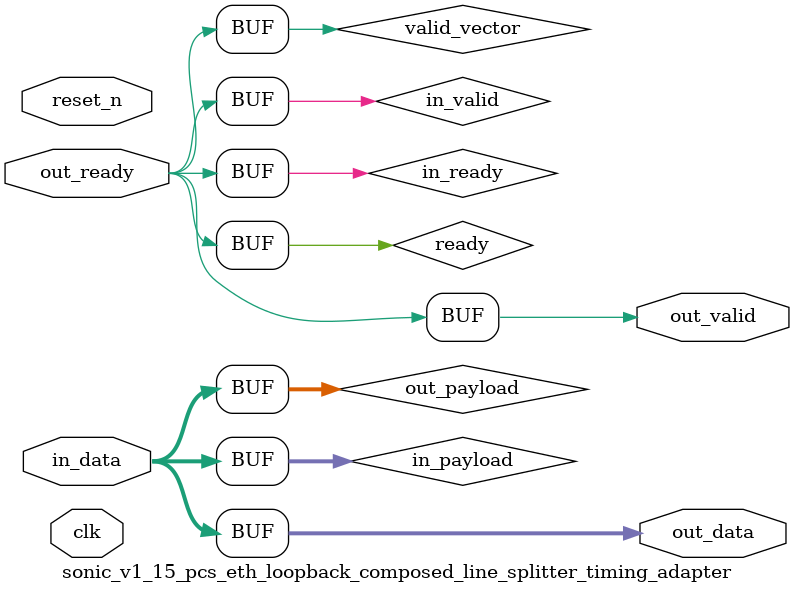
<source format=v>

`timescale 1ns / 100ps
module sonic_v1_15_pcs_eth_loopback_composed_line_splitter_timing_adapter (
    
      // Interface: clk
      input              clk,
      // Interface: reset
      input              reset_n,
      // Interface: in
      input      [71: 0] in_data,
      // Interface: out
      output reg [71: 0] out_data,
      input              out_ready,
      output reg         out_valid
);




   // ---------------------------------------------------------------------
   //| Signal Declarations
   // ---------------------------------------------------------------------

   reg  [71: 0] in_payload;
   reg  [71: 0] out_payload;
   reg  [ 0: 0] ready;
   reg          in_ready;
   // synthesis translate_off
   always @(negedge in_ready) begin
      $display("%m: The downstream component is backpressuring by deasserting ready, but the upstream component can't be backpressured.");
   end
   // synthesis translate_on   
   reg          in_valid;
   reg  [ 0: 0] valid_vector;


   // ---------------------------------------------------------------------
   //| Payload Mapping
   // ---------------------------------------------------------------------
   always @* begin
     in_payload = {in_data};
     {out_data} = out_payload;
   end

   // ---------------------------------------------------------------------
   //| Ready & valid signals.
   // ---------------------------------------------------------------------
   always @* begin
     ready[0] = out_ready;
     out_valid = in_valid;
     out_payload = in_payload;
     in_ready = ready[0];
   end



   // ---------------------------------------------------------------------
   //| Input Valid Generation
   // ---------------------------------------------------------------------
   always @* begin
      valid_vector[0] = in_ready;
      in_valid        = valid_vector[0];
   end


endmodule


</source>
